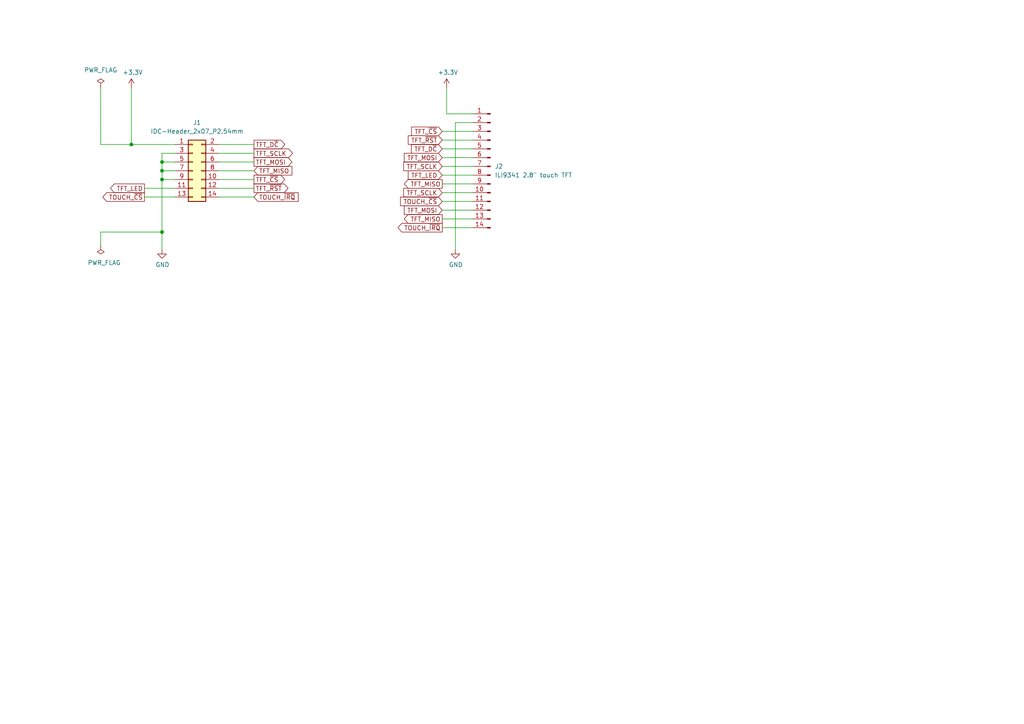
<source format=kicad_sch>
(kicad_sch (version 20230121) (generator eeschema)

  (uuid 01f3f033-6524-45e9-9523-0bbd8061db54)

  (paper "A4")

  (title_block
    (title "IoT12 Display Adapter")
    (date "2022-12-20")
    (rev "V1.0")
    (company "https://github.com/atoomnetmarc/IoT12")
  )

  (lib_symbols
    (symbol "Connector:Conn_01x14_Pin" (pin_names (offset 1.016) hide) (in_bom yes) (on_board yes)
      (property "Reference" "J" (at 0 17.78 0)
        (effects (font (size 1.27 1.27)))
      )
      (property "Value" "Conn_01x14_Pin" (at 0 -20.32 0)
        (effects (font (size 1.27 1.27)))
      )
      (property "Footprint" "" (at 0 0 0)
        (effects (font (size 1.27 1.27)) hide)
      )
      (property "Datasheet" "~" (at 0 0 0)
        (effects (font (size 1.27 1.27)) hide)
      )
      (property "ki_locked" "" (at 0 0 0)
        (effects (font (size 1.27 1.27)))
      )
      (property "ki_keywords" "connector" (at 0 0 0)
        (effects (font (size 1.27 1.27)) hide)
      )
      (property "ki_description" "Generic connector, single row, 01x14, script generated" (at 0 0 0)
        (effects (font (size 1.27 1.27)) hide)
      )
      (property "ki_fp_filters" "Connector*:*_1x??_*" (at 0 0 0)
        (effects (font (size 1.27 1.27)) hide)
      )
      (symbol "Conn_01x14_Pin_1_1"
        (polyline
          (pts
            (xy 1.27 -17.78)
            (xy 0.8636 -17.78)
          )
          (stroke (width 0.1524) (type default))
          (fill (type none))
        )
        (polyline
          (pts
            (xy 1.27 -15.24)
            (xy 0.8636 -15.24)
          )
          (stroke (width 0.1524) (type default))
          (fill (type none))
        )
        (polyline
          (pts
            (xy 1.27 -12.7)
            (xy 0.8636 -12.7)
          )
          (stroke (width 0.1524) (type default))
          (fill (type none))
        )
        (polyline
          (pts
            (xy 1.27 -10.16)
            (xy 0.8636 -10.16)
          )
          (stroke (width 0.1524) (type default))
          (fill (type none))
        )
        (polyline
          (pts
            (xy 1.27 -7.62)
            (xy 0.8636 -7.62)
          )
          (stroke (width 0.1524) (type default))
          (fill (type none))
        )
        (polyline
          (pts
            (xy 1.27 -5.08)
            (xy 0.8636 -5.08)
          )
          (stroke (width 0.1524) (type default))
          (fill (type none))
        )
        (polyline
          (pts
            (xy 1.27 -2.54)
            (xy 0.8636 -2.54)
          )
          (stroke (width 0.1524) (type default))
          (fill (type none))
        )
        (polyline
          (pts
            (xy 1.27 0)
            (xy 0.8636 0)
          )
          (stroke (width 0.1524) (type default))
          (fill (type none))
        )
        (polyline
          (pts
            (xy 1.27 2.54)
            (xy 0.8636 2.54)
          )
          (stroke (width 0.1524) (type default))
          (fill (type none))
        )
        (polyline
          (pts
            (xy 1.27 5.08)
            (xy 0.8636 5.08)
          )
          (stroke (width 0.1524) (type default))
          (fill (type none))
        )
        (polyline
          (pts
            (xy 1.27 7.62)
            (xy 0.8636 7.62)
          )
          (stroke (width 0.1524) (type default))
          (fill (type none))
        )
        (polyline
          (pts
            (xy 1.27 10.16)
            (xy 0.8636 10.16)
          )
          (stroke (width 0.1524) (type default))
          (fill (type none))
        )
        (polyline
          (pts
            (xy 1.27 12.7)
            (xy 0.8636 12.7)
          )
          (stroke (width 0.1524) (type default))
          (fill (type none))
        )
        (polyline
          (pts
            (xy 1.27 15.24)
            (xy 0.8636 15.24)
          )
          (stroke (width 0.1524) (type default))
          (fill (type none))
        )
        (rectangle (start 0.8636 -17.653) (end 0 -17.907)
          (stroke (width 0.1524) (type default))
          (fill (type outline))
        )
        (rectangle (start 0.8636 -15.113) (end 0 -15.367)
          (stroke (width 0.1524) (type default))
          (fill (type outline))
        )
        (rectangle (start 0.8636 -12.573) (end 0 -12.827)
          (stroke (width 0.1524) (type default))
          (fill (type outline))
        )
        (rectangle (start 0.8636 -10.033) (end 0 -10.287)
          (stroke (width 0.1524) (type default))
          (fill (type outline))
        )
        (rectangle (start 0.8636 -7.493) (end 0 -7.747)
          (stroke (width 0.1524) (type default))
          (fill (type outline))
        )
        (rectangle (start 0.8636 -4.953) (end 0 -5.207)
          (stroke (width 0.1524) (type default))
          (fill (type outline))
        )
        (rectangle (start 0.8636 -2.413) (end 0 -2.667)
          (stroke (width 0.1524) (type default))
          (fill (type outline))
        )
        (rectangle (start 0.8636 0.127) (end 0 -0.127)
          (stroke (width 0.1524) (type default))
          (fill (type outline))
        )
        (rectangle (start 0.8636 2.667) (end 0 2.413)
          (stroke (width 0.1524) (type default))
          (fill (type outline))
        )
        (rectangle (start 0.8636 5.207) (end 0 4.953)
          (stroke (width 0.1524) (type default))
          (fill (type outline))
        )
        (rectangle (start 0.8636 7.747) (end 0 7.493)
          (stroke (width 0.1524) (type default))
          (fill (type outline))
        )
        (rectangle (start 0.8636 10.287) (end 0 10.033)
          (stroke (width 0.1524) (type default))
          (fill (type outline))
        )
        (rectangle (start 0.8636 12.827) (end 0 12.573)
          (stroke (width 0.1524) (type default))
          (fill (type outline))
        )
        (rectangle (start 0.8636 15.367) (end 0 15.113)
          (stroke (width 0.1524) (type default))
          (fill (type outline))
        )
        (pin passive line (at 5.08 15.24 180) (length 3.81)
          (name "Pin_1" (effects (font (size 1.27 1.27))))
          (number "1" (effects (font (size 1.27 1.27))))
        )
        (pin passive line (at 5.08 -7.62 180) (length 3.81)
          (name "Pin_10" (effects (font (size 1.27 1.27))))
          (number "10" (effects (font (size 1.27 1.27))))
        )
        (pin passive line (at 5.08 -10.16 180) (length 3.81)
          (name "Pin_11" (effects (font (size 1.27 1.27))))
          (number "11" (effects (font (size 1.27 1.27))))
        )
        (pin passive line (at 5.08 -12.7 180) (length 3.81)
          (name "Pin_12" (effects (font (size 1.27 1.27))))
          (number "12" (effects (font (size 1.27 1.27))))
        )
        (pin passive line (at 5.08 -15.24 180) (length 3.81)
          (name "Pin_13" (effects (font (size 1.27 1.27))))
          (number "13" (effects (font (size 1.27 1.27))))
        )
        (pin passive line (at 5.08 -17.78 180) (length 3.81)
          (name "Pin_14" (effects (font (size 1.27 1.27))))
          (number "14" (effects (font (size 1.27 1.27))))
        )
        (pin passive line (at 5.08 12.7 180) (length 3.81)
          (name "Pin_2" (effects (font (size 1.27 1.27))))
          (number "2" (effects (font (size 1.27 1.27))))
        )
        (pin passive line (at 5.08 10.16 180) (length 3.81)
          (name "Pin_3" (effects (font (size 1.27 1.27))))
          (number "3" (effects (font (size 1.27 1.27))))
        )
        (pin passive line (at 5.08 7.62 180) (length 3.81)
          (name "Pin_4" (effects (font (size 1.27 1.27))))
          (number "4" (effects (font (size 1.27 1.27))))
        )
        (pin passive line (at 5.08 5.08 180) (length 3.81)
          (name "Pin_5" (effects (font (size 1.27 1.27))))
          (number "5" (effects (font (size 1.27 1.27))))
        )
        (pin passive line (at 5.08 2.54 180) (length 3.81)
          (name "Pin_6" (effects (font (size 1.27 1.27))))
          (number "6" (effects (font (size 1.27 1.27))))
        )
        (pin passive line (at 5.08 0 180) (length 3.81)
          (name "Pin_7" (effects (font (size 1.27 1.27))))
          (number "7" (effects (font (size 1.27 1.27))))
        )
        (pin passive line (at 5.08 -2.54 180) (length 3.81)
          (name "Pin_8" (effects (font (size 1.27 1.27))))
          (number "8" (effects (font (size 1.27 1.27))))
        )
        (pin passive line (at 5.08 -5.08 180) (length 3.81)
          (name "Pin_9" (effects (font (size 1.27 1.27))))
          (number "9" (effects (font (size 1.27 1.27))))
        )
      )
    )
    (symbol "Connector_Generic:Conn_02x07_Odd_Even" (pin_names (offset 1.016) hide) (in_bom yes) (on_board yes)
      (property "Reference" "J" (at 1.27 10.16 0)
        (effects (font (size 1.27 1.27)))
      )
      (property "Value" "Conn_02x07_Odd_Even" (at 1.27 -10.16 0)
        (effects (font (size 1.27 1.27)))
      )
      (property "Footprint" "" (at 0 0 0)
        (effects (font (size 1.27 1.27)) hide)
      )
      (property "Datasheet" "~" (at 0 0 0)
        (effects (font (size 1.27 1.27)) hide)
      )
      (property "ki_keywords" "connector" (at 0 0 0)
        (effects (font (size 1.27 1.27)) hide)
      )
      (property "ki_description" "Generic connector, double row, 02x07, odd/even pin numbering scheme (row 1 odd numbers, row 2 even numbers), script generated (kicad-library-utils/schlib/autogen/connector/)" (at 0 0 0)
        (effects (font (size 1.27 1.27)) hide)
      )
      (property "ki_fp_filters" "Connector*:*_2x??_*" (at 0 0 0)
        (effects (font (size 1.27 1.27)) hide)
      )
      (symbol "Conn_02x07_Odd_Even_1_1"
        (rectangle (start -1.27 -7.493) (end 0 -7.747)
          (stroke (width 0.1524) (type default))
          (fill (type none))
        )
        (rectangle (start -1.27 -4.953) (end 0 -5.207)
          (stroke (width 0.1524) (type default))
          (fill (type none))
        )
        (rectangle (start -1.27 -2.413) (end 0 -2.667)
          (stroke (width 0.1524) (type default))
          (fill (type none))
        )
        (rectangle (start -1.27 0.127) (end 0 -0.127)
          (stroke (width 0.1524) (type default))
          (fill (type none))
        )
        (rectangle (start -1.27 2.667) (end 0 2.413)
          (stroke (width 0.1524) (type default))
          (fill (type none))
        )
        (rectangle (start -1.27 5.207) (end 0 4.953)
          (stroke (width 0.1524) (type default))
          (fill (type none))
        )
        (rectangle (start -1.27 7.747) (end 0 7.493)
          (stroke (width 0.1524) (type default))
          (fill (type none))
        )
        (rectangle (start -1.27 8.89) (end 3.81 -8.89)
          (stroke (width 0.254) (type default))
          (fill (type background))
        )
        (rectangle (start 3.81 -7.493) (end 2.54 -7.747)
          (stroke (width 0.1524) (type default))
          (fill (type none))
        )
        (rectangle (start 3.81 -4.953) (end 2.54 -5.207)
          (stroke (width 0.1524) (type default))
          (fill (type none))
        )
        (rectangle (start 3.81 -2.413) (end 2.54 -2.667)
          (stroke (width 0.1524) (type default))
          (fill (type none))
        )
        (rectangle (start 3.81 0.127) (end 2.54 -0.127)
          (stroke (width 0.1524) (type default))
          (fill (type none))
        )
        (rectangle (start 3.81 2.667) (end 2.54 2.413)
          (stroke (width 0.1524) (type default))
          (fill (type none))
        )
        (rectangle (start 3.81 5.207) (end 2.54 4.953)
          (stroke (width 0.1524) (type default))
          (fill (type none))
        )
        (rectangle (start 3.81 7.747) (end 2.54 7.493)
          (stroke (width 0.1524) (type default))
          (fill (type none))
        )
        (pin passive line (at -5.08 7.62 0) (length 3.81)
          (name "Pin_1" (effects (font (size 1.27 1.27))))
          (number "1" (effects (font (size 1.27 1.27))))
        )
        (pin passive line (at 7.62 -2.54 180) (length 3.81)
          (name "Pin_10" (effects (font (size 1.27 1.27))))
          (number "10" (effects (font (size 1.27 1.27))))
        )
        (pin passive line (at -5.08 -5.08 0) (length 3.81)
          (name "Pin_11" (effects (font (size 1.27 1.27))))
          (number "11" (effects (font (size 1.27 1.27))))
        )
        (pin passive line (at 7.62 -5.08 180) (length 3.81)
          (name "Pin_12" (effects (font (size 1.27 1.27))))
          (number "12" (effects (font (size 1.27 1.27))))
        )
        (pin passive line (at -5.08 -7.62 0) (length 3.81)
          (name "Pin_13" (effects (font (size 1.27 1.27))))
          (number "13" (effects (font (size 1.27 1.27))))
        )
        (pin passive line (at 7.62 -7.62 180) (length 3.81)
          (name "Pin_14" (effects (font (size 1.27 1.27))))
          (number "14" (effects (font (size 1.27 1.27))))
        )
        (pin passive line (at 7.62 7.62 180) (length 3.81)
          (name "Pin_2" (effects (font (size 1.27 1.27))))
          (number "2" (effects (font (size 1.27 1.27))))
        )
        (pin passive line (at -5.08 5.08 0) (length 3.81)
          (name "Pin_3" (effects (font (size 1.27 1.27))))
          (number "3" (effects (font (size 1.27 1.27))))
        )
        (pin passive line (at 7.62 5.08 180) (length 3.81)
          (name "Pin_4" (effects (font (size 1.27 1.27))))
          (number "4" (effects (font (size 1.27 1.27))))
        )
        (pin passive line (at -5.08 2.54 0) (length 3.81)
          (name "Pin_5" (effects (font (size 1.27 1.27))))
          (number "5" (effects (font (size 1.27 1.27))))
        )
        (pin passive line (at 7.62 2.54 180) (length 3.81)
          (name "Pin_6" (effects (font (size 1.27 1.27))))
          (number "6" (effects (font (size 1.27 1.27))))
        )
        (pin passive line (at -5.08 0 0) (length 3.81)
          (name "Pin_7" (effects (font (size 1.27 1.27))))
          (number "7" (effects (font (size 1.27 1.27))))
        )
        (pin passive line (at 7.62 0 180) (length 3.81)
          (name "Pin_8" (effects (font (size 1.27 1.27))))
          (number "8" (effects (font (size 1.27 1.27))))
        )
        (pin passive line (at -5.08 -2.54 0) (length 3.81)
          (name "Pin_9" (effects (font (size 1.27 1.27))))
          (number "9" (effects (font (size 1.27 1.27))))
        )
      )
    )
    (symbol "power:+3.3V" (power) (pin_names (offset 0)) (in_bom yes) (on_board yes)
      (property "Reference" "#PWR" (at 0 -3.81 0)
        (effects (font (size 1.27 1.27)) hide)
      )
      (property "Value" "+3.3V" (at 0 3.556 0)
        (effects (font (size 1.27 1.27)))
      )
      (property "Footprint" "" (at 0 0 0)
        (effects (font (size 1.27 1.27)) hide)
      )
      (property "Datasheet" "" (at 0 0 0)
        (effects (font (size 1.27 1.27)) hide)
      )
      (property "ki_keywords" "global power" (at 0 0 0)
        (effects (font (size 1.27 1.27)) hide)
      )
      (property "ki_description" "Power symbol creates a global label with name \"+3.3V\"" (at 0 0 0)
        (effects (font (size 1.27 1.27)) hide)
      )
      (symbol "+3.3V_0_1"
        (polyline
          (pts
            (xy -0.762 1.27)
            (xy 0 2.54)
          )
          (stroke (width 0) (type default))
          (fill (type none))
        )
        (polyline
          (pts
            (xy 0 0)
            (xy 0 2.54)
          )
          (stroke (width 0) (type default))
          (fill (type none))
        )
        (polyline
          (pts
            (xy 0 2.54)
            (xy 0.762 1.27)
          )
          (stroke (width 0) (type default))
          (fill (type none))
        )
      )
      (symbol "+3.3V_1_1"
        (pin power_in line (at 0 0 90) (length 0) hide
          (name "+3.3V" (effects (font (size 1.27 1.27))))
          (number "1" (effects (font (size 1.27 1.27))))
        )
      )
    )
    (symbol "power:GND" (power) (pin_names (offset 0)) (in_bom yes) (on_board yes)
      (property "Reference" "#PWR" (at 0 -6.35 0)
        (effects (font (size 1.27 1.27)) hide)
      )
      (property "Value" "GND" (at 0 -3.81 0)
        (effects (font (size 1.27 1.27)))
      )
      (property "Footprint" "" (at 0 0 0)
        (effects (font (size 1.27 1.27)) hide)
      )
      (property "Datasheet" "" (at 0 0 0)
        (effects (font (size 1.27 1.27)) hide)
      )
      (property "ki_keywords" "global power" (at 0 0 0)
        (effects (font (size 1.27 1.27)) hide)
      )
      (property "ki_description" "Power symbol creates a global label with name \"GND\" , ground" (at 0 0 0)
        (effects (font (size 1.27 1.27)) hide)
      )
      (symbol "GND_0_1"
        (polyline
          (pts
            (xy 0 0)
            (xy 0 -1.27)
            (xy 1.27 -1.27)
            (xy 0 -2.54)
            (xy -1.27 -1.27)
            (xy 0 -1.27)
          )
          (stroke (width 0) (type default))
          (fill (type none))
        )
      )
      (symbol "GND_1_1"
        (pin power_in line (at 0 0 270) (length 0) hide
          (name "GND" (effects (font (size 1.27 1.27))))
          (number "1" (effects (font (size 1.27 1.27))))
        )
      )
    )
    (symbol "power:PWR_FLAG" (power) (pin_numbers hide) (pin_names (offset 0) hide) (in_bom yes) (on_board yes)
      (property "Reference" "#FLG" (at 0 1.905 0)
        (effects (font (size 1.27 1.27)) hide)
      )
      (property "Value" "PWR_FLAG" (at 0 3.81 0)
        (effects (font (size 1.27 1.27)))
      )
      (property "Footprint" "" (at 0 0 0)
        (effects (font (size 1.27 1.27)) hide)
      )
      (property "Datasheet" "~" (at 0 0 0)
        (effects (font (size 1.27 1.27)) hide)
      )
      (property "ki_keywords" "flag power" (at 0 0 0)
        (effects (font (size 1.27 1.27)) hide)
      )
      (property "ki_description" "Special symbol for telling ERC where power comes from" (at 0 0 0)
        (effects (font (size 1.27 1.27)) hide)
      )
      (symbol "PWR_FLAG_0_0"
        (pin power_out line (at 0 0 90) (length 0)
          (name "pwr" (effects (font (size 1.27 1.27))))
          (number "1" (effects (font (size 1.27 1.27))))
        )
      )
      (symbol "PWR_FLAG_0_1"
        (polyline
          (pts
            (xy 0 0)
            (xy 0 1.27)
            (xy -1.016 1.905)
            (xy 0 2.54)
            (xy 1.016 1.905)
            (xy 0 1.27)
          )
          (stroke (width 0) (type default))
          (fill (type none))
        )
      )
    )
  )

  (junction (at 46.99 46.99) (diameter 0) (color 0 0 0 0)
    (uuid 2db54775-7b6a-4f60-9c86-393a8ef811dd)
  )
  (junction (at 38.1 41.91) (diameter 0) (color 0 0 0 0)
    (uuid 43987fef-ae7e-40e6-847a-e6895bf5b825)
  )
  (junction (at 46.99 52.07) (diameter 0) (color 0 0 0 0)
    (uuid 987cd009-4838-4513-922f-0d6af5dc2701)
  )
  (junction (at 46.99 49.53) (diameter 0) (color 0 0 0 0)
    (uuid be0bbd7d-fe45-445a-b90e-7600ace79c6d)
  )
  (junction (at 46.99 67.31) (diameter 0) (color 0 0 0 0)
    (uuid e1aa9571-7ce1-4fc4-8b2b-36104707e8c2)
  )

  (wire (pts (xy 29.21 67.31) (xy 46.99 67.31))
    (stroke (width 0) (type default))
    (uuid 05cebd52-7009-4de0-aa0a-7a4c8140e240)
  )
  (wire (pts (xy 46.99 49.53) (xy 46.99 52.07))
    (stroke (width 0) (type default))
    (uuid 065b35ac-cf55-4cd9-b164-fa237fe82b9a)
  )
  (wire (pts (xy 63.5 41.91) (xy 73.66 41.91))
    (stroke (width 0) (type default))
    (uuid 07c1043f-5c63-470b-a274-8fc044502c2d)
  )
  (wire (pts (xy 29.21 25.4) (xy 29.21 41.91))
    (stroke (width 0) (type default))
    (uuid 110c3ed4-6259-4496-a706-5354b2c45e1f)
  )
  (wire (pts (xy 128.27 58.42) (xy 137.16 58.42))
    (stroke (width 0) (type default))
    (uuid 1376f629-1fda-4bc0-a365-857fa2082ea2)
  )
  (wire (pts (xy 46.99 67.31) (xy 46.99 72.39))
    (stroke (width 0) (type default))
    (uuid 13fec92a-ae27-43b3-9fe2-77f9b481e438)
  )
  (wire (pts (xy 38.1 25.4) (xy 38.1 41.91))
    (stroke (width 0) (type default))
    (uuid 1dfbf955-f6ec-4fa4-b071-ede5e67ac23a)
  )
  (wire (pts (xy 63.5 57.15) (xy 73.66 57.15))
    (stroke (width 0) (type default))
    (uuid 31ea2064-65c3-4390-afc5-6b9024532e55)
  )
  (wire (pts (xy 41.91 57.15) (xy 50.8 57.15))
    (stroke (width 0) (type default))
    (uuid 3639851a-b692-4bde-9a51-78a390307e2a)
  )
  (wire (pts (xy 41.91 54.61) (xy 50.8 54.61))
    (stroke (width 0) (type default))
    (uuid 3769d9df-2bf6-43ab-b94b-5dfc691e25ab)
  )
  (wire (pts (xy 46.99 49.53) (xy 50.8 49.53))
    (stroke (width 0) (type default))
    (uuid 421322cc-8cca-4ed8-8a0a-7fa9097060b4)
  )
  (wire (pts (xy 129.54 33.02) (xy 137.16 33.02))
    (stroke (width 0) (type default))
    (uuid 498e2503-e5c2-4eca-abef-8584a78ce706)
  )
  (wire (pts (xy 46.99 44.45) (xy 46.99 46.99))
    (stroke (width 0) (type default))
    (uuid 4bbc3c3a-fad6-47ba-a2f5-592d6c4e0110)
  )
  (wire (pts (xy 128.27 38.1) (xy 137.16 38.1))
    (stroke (width 0) (type default))
    (uuid 4ecba52f-06b8-49c5-b093-16a6206fe5de)
  )
  (wire (pts (xy 63.5 52.07) (xy 73.66 52.07))
    (stroke (width 0) (type default))
    (uuid 5124ec24-35da-4f75-bbbd-039fcf114efd)
  )
  (wire (pts (xy 128.27 50.8) (xy 137.16 50.8))
    (stroke (width 0) (type default))
    (uuid 5a499af2-a89c-40c3-9b31-2230b2cc758b)
  )
  (wire (pts (xy 63.5 49.53) (xy 73.66 49.53))
    (stroke (width 0) (type default))
    (uuid 6dfde5c2-ba2e-40a0-a35c-52863cb85087)
  )
  (wire (pts (xy 46.99 46.99) (xy 50.8 46.99))
    (stroke (width 0) (type default))
    (uuid 6e853257-4845-48f8-8888-39205a039557)
  )
  (wire (pts (xy 128.27 63.5) (xy 137.16 63.5))
    (stroke (width 0) (type default))
    (uuid 740226b8-2e45-416e-a9fc-9a8f58753a47)
  )
  (wire (pts (xy 128.27 40.64) (xy 137.16 40.64))
    (stroke (width 0) (type default))
    (uuid 7d1d9a39-2325-4d2a-b913-c4cc0d4aba71)
  )
  (wire (pts (xy 128.27 43.18) (xy 137.16 43.18))
    (stroke (width 0) (type default))
    (uuid 8507be95-9dc5-49de-a54b-7265987eda47)
  )
  (wire (pts (xy 128.27 60.96) (xy 137.16 60.96))
    (stroke (width 0) (type default))
    (uuid 8a3f3869-8ff2-4c54-8372-8db211c53042)
  )
  (wire (pts (xy 128.27 55.88) (xy 137.16 55.88))
    (stroke (width 0) (type default))
    (uuid 92a1c061-1afa-442c-959b-617ff811c899)
  )
  (wire (pts (xy 46.99 52.07) (xy 46.99 67.31))
    (stroke (width 0) (type default))
    (uuid 944ebe6c-dd6c-4fb1-8414-8889c3a00779)
  )
  (wire (pts (xy 137.16 35.56) (xy 132.08 35.56))
    (stroke (width 0) (type default))
    (uuid 998e9275-06e6-45b6-8562-ae2499e954f1)
  )
  (wire (pts (xy 29.21 41.91) (xy 38.1 41.91))
    (stroke (width 0) (type default))
    (uuid 9d460c68-1a25-46d7-bdf2-927d7cb7627b)
  )
  (wire (pts (xy 128.27 66.04) (xy 137.16 66.04))
    (stroke (width 0) (type default))
    (uuid ad487b15-d73c-4531-83db-541ac386b284)
  )
  (wire (pts (xy 128.27 48.26) (xy 137.16 48.26))
    (stroke (width 0) (type default))
    (uuid af3e0de5-946d-4144-8a2e-a62b53229756)
  )
  (wire (pts (xy 63.5 46.99) (xy 73.66 46.99))
    (stroke (width 0) (type default))
    (uuid b55213de-decc-412f-9152-ce3cf97e6f71)
  )
  (wire (pts (xy 46.99 52.07) (xy 50.8 52.07))
    (stroke (width 0) (type default))
    (uuid bcf2fc41-561e-42d1-97ac-7cdf6d934259)
  )
  (wire (pts (xy 63.5 54.61) (xy 73.66 54.61))
    (stroke (width 0) (type default))
    (uuid c38774b0-a7be-453f-b152-44653ab4ec80)
  )
  (wire (pts (xy 129.54 25.4) (xy 129.54 33.02))
    (stroke (width 0) (type default))
    (uuid ca2ca35f-7c8f-455a-ab93-af4410f71e4a)
  )
  (wire (pts (xy 29.21 71.12) (xy 29.21 67.31))
    (stroke (width 0) (type default))
    (uuid ca8d5523-a511-4638-aa7d-1cab6ebab04c)
  )
  (wire (pts (xy 128.27 53.34) (xy 137.16 53.34))
    (stroke (width 0) (type default))
    (uuid ce5d4f0c-0c04-4400-a439-c300f84dd8cb)
  )
  (wire (pts (xy 128.27 45.72) (xy 137.16 45.72))
    (stroke (width 0) (type default))
    (uuid cf5ab3ba-4462-4916-9f55-20c159d6ddc8)
  )
  (wire (pts (xy 46.99 44.45) (xy 50.8 44.45))
    (stroke (width 0) (type default))
    (uuid e717924f-833a-4ca0-835e-11cd6b936733)
  )
  (wire (pts (xy 46.99 46.99) (xy 46.99 49.53))
    (stroke (width 0) (type default))
    (uuid eade6b86-be95-47c8-9194-98fa983cce9b)
  )
  (wire (pts (xy 50.8 41.91) (xy 38.1 41.91))
    (stroke (width 0) (type default))
    (uuid f07c268d-b327-44f8-98a1-4b1fa20bd587)
  )
  (wire (pts (xy 132.08 35.56) (xy 132.08 72.39))
    (stroke (width 0) (type default))
    (uuid f3b92864-b157-4061-a1d1-c0d3369900ae)
  )
  (wire (pts (xy 63.5 44.45) (xy 73.66 44.45))
    (stroke (width 0) (type default))
    (uuid fccf514f-bdbd-4f55-9003-48ef5109c3ef)
  )

  (global_label "TFT_~{RST}" (shape output) (at 73.66 54.61 0) (fields_autoplaced)
    (effects (font (size 1.27 1.27)) (justify left))
    (uuid 15bf5177-e6f6-426a-9a96-ba706a55c7d4)
    (property "Intersheetrefs" "${INTERSHEET_REFS}" (at 83.5117 54.5306 0)
      (effects (font (size 1.27 1.27)) (justify left) hide)
    )
  )
  (global_label "TFT_MOSI" (shape input) (at 128.27 60.96 180) (fields_autoplaced)
    (effects (font (size 1.27 1.27)) (justify right))
    (uuid 1aeed1a8-1825-4772-b426-25adacb25b10)
    (property "Intersheetrefs" "${INTERSHEET_REFS}" (at -44.45 20.32 0)
      (effects (font (size 1.27 1.27)) hide)
    )
  )
  (global_label "TFT_MISO" (shape output) (at 128.27 63.5 180) (fields_autoplaced)
    (effects (font (size 1.27 1.27)) (justify right))
    (uuid 2b1c055b-f22d-4ecf-8d53-234e3e82545f)
    (property "Intersheetrefs" "${INTERSHEET_REFS}" (at 118.1444 63.5794 0)
      (effects (font (size 1.27 1.27)) (justify right) hide)
    )
  )
  (global_label "TFT_~{RST}" (shape input) (at 128.27 40.64 180) (fields_autoplaced)
    (effects (font (size 1.27 1.27)) (justify right))
    (uuid 2f426779-b55a-486c-a286-489b5b83c9c6)
    (property "Intersheetrefs" "${INTERSHEET_REFS}" (at -44.45 7.62 0)
      (effects (font (size 1.27 1.27)) hide)
    )
  )
  (global_label "TFT_MISO" (shape output) (at 128.27 53.34 180) (fields_autoplaced)
    (effects (font (size 1.27 1.27)) (justify right))
    (uuid 3aab859a-7db4-4449-8fa0-e81d2633b76c)
    (property "Intersheetrefs" "${INTERSHEET_REFS}" (at 118.1444 53.4194 0)
      (effects (font (size 1.27 1.27)) (justify right) hide)
    )
  )
  (global_label "TFT_~{CS}" (shape output) (at 73.66 52.07 0) (fields_autoplaced)
    (effects (font (size 1.27 1.27)) (justify left))
    (uuid 41f60a86-b8e0-495d-8318-ec1a650acde2)
    (property "Intersheetrefs" "${INTERSHEET_REFS}" (at 82.5441 52.1494 0)
      (effects (font (size 1.27 1.27)) (justify left) hide)
    )
  )
  (global_label "TOUCH_~{IRQ}" (shape output) (at 128.27 66.04 180) (fields_autoplaced)
    (effects (font (size 1.27 1.27)) (justify right))
    (uuid 55ac2ccc-b21f-4f0e-bac8-f756f22316b9)
    (property "Intersheetrefs" "${INTERSHEET_REFS}" (at 115.5439 66.1194 0)
      (effects (font (size 1.27 1.27)) (justify right) hide)
    )
  )
  (global_label "TOUCH_~{CS}" (shape output) (at 41.91 57.15 180) (fields_autoplaced)
    (effects (font (size 1.27 1.27)) (justify right))
    (uuid 5c8dd99a-1a38-4e54-a578-bb31ace9d6cb)
    (property "Intersheetrefs" "${INTERSHEET_REFS}" (at 29.8207 57.0706 0)
      (effects (font (size 1.27 1.27)) (justify right) hide)
    )
  )
  (global_label "TFT_D~{C}" (shape output) (at 73.66 41.91 0) (fields_autoplaced)
    (effects (font (size 1.27 1.27)) (justify left))
    (uuid 62fc7560-29e0-4fe3-9e6d-652971bcafee)
    (property "Intersheetrefs" "${INTERSHEET_REFS}" (at 82.6045 41.9894 0)
      (effects (font (size 1.27 1.27)) (justify left) hide)
    )
  )
  (global_label "TFT_MOSI" (shape output) (at 73.66 46.99 0) (fields_autoplaced)
    (effects (font (size 1.27 1.27)) (justify left))
    (uuid 6b55ad55-1b42-46eb-9b48-223662bdd603)
    (property "Intersheetrefs" "${INTERSHEET_REFS}" (at 84.6607 46.9106 0)
      (effects (font (size 1.27 1.27)) (justify left) hide)
    )
  )
  (global_label "TFT_LED" (shape input) (at 128.27 50.8 180) (fields_autoplaced)
    (effects (font (size 1.27 1.27)) (justify right))
    (uuid 7d644422-fce2-470c-b924-4f01c897571d)
    (property "Intersheetrefs" "${INTERSHEET_REFS}" (at -44.45 -3.81 0)
      (effects (font (size 1.27 1.27)) hide)
    )
  )
  (global_label "TFT_MOSI" (shape input) (at 128.27 45.72 180) (fields_autoplaced)
    (effects (font (size 1.27 1.27)) (justify right))
    (uuid 8161cba3-7455-4779-bf76-b9ef2691d42f)
    (property "Intersheetrefs" "${INTERSHEET_REFS}" (at -44.45 5.08 0)
      (effects (font (size 1.27 1.27)) hide)
    )
  )
  (global_label "TFT_SCLK" (shape input) (at 128.27 48.26 180) (fields_autoplaced)
    (effects (font (size 1.27 1.27)) (justify right))
    (uuid 918d97f1-84c8-4e7e-8492-94f8e4e4bf6d)
    (property "Intersheetrefs" "${INTERSHEET_REFS}" (at -44.45 5.08 0)
      (effects (font (size 1.27 1.27)) hide)
    )
  )
  (global_label "TFT_MISO" (shape input) (at 73.66 49.53 0) (fields_autoplaced)
    (effects (font (size 1.27 1.27)) (justify left))
    (uuid 95d6eede-f291-4f6d-bfca-8e88996d2aaa)
    (property "Intersheetrefs" "${INTERSHEET_REFS}" (at 84.6607 49.6094 0)
      (effects (font (size 1.27 1.27)) (justify left) hide)
    )
  )
  (global_label "TOUCH_~{CS}" (shape input) (at 128.27 58.42 180) (fields_autoplaced)
    (effects (font (size 1.27 1.27)) (justify right))
    (uuid b924be20-1c23-466a-a49a-e0379ff4e6cd)
    (property "Intersheetrefs" "${INTERSHEET_REFS}" (at 116.2696 58.4994 0)
      (effects (font (size 1.27 1.27)) (justify right) hide)
    )
  )
  (global_label "TOUCH_~{IRQ}" (shape input) (at 73.66 57.15 0) (fields_autoplaced)
    (effects (font (size 1.27 1.27)) (justify left))
    (uuid daedda8f-6933-422d-a8b6-b27e997698b8)
    (property "Intersheetrefs" "${INTERSHEET_REFS}" (at 86.475 57.0706 0)
      (effects (font (size 1.27 1.27)) (justify left) hide)
    )
  )
  (global_label "TFT_~{CS}" (shape input) (at 128.27 38.1 180) (fields_autoplaced)
    (effects (font (size 1.27 1.27)) (justify right))
    (uuid e7c6cda1-b67c-4939-94d0-d09f23df964c)
    (property "Intersheetrefs" "${INTERSHEET_REFS}" (at -44.45 8.89 0)
      (effects (font (size 1.27 1.27)) hide)
    )
  )
  (global_label "TFT_SCLK" (shape input) (at 128.27 55.88 180) (fields_autoplaced)
    (effects (font (size 1.27 1.27)) (justify right))
    (uuid e8116212-872a-4a00-98eb-212938325884)
    (property "Intersheetrefs" "${INTERSHEET_REFS}" (at -44.45 12.7 0)
      (effects (font (size 1.27 1.27)) hide)
    )
  )
  (global_label "TFT_D~{C}" (shape input) (at 128.27 43.18 180) (fields_autoplaced)
    (effects (font (size 1.27 1.27)) (justify right))
    (uuid ed2bb312-2260-460d-bde5-c44922554df3)
    (property "Intersheetrefs" "${INTERSHEET_REFS}" (at -44.45 6.35 0)
      (effects (font (size 1.27 1.27)) hide)
    )
  )
  (global_label "TFT_SCLK" (shape output) (at 73.66 44.45 0) (fields_autoplaced)
    (effects (font (size 1.27 1.27)) (justify left))
    (uuid f24dab24-bf84-4fcd-ba14-8ea9454d7796)
    (property "Intersheetrefs" "${INTERSHEET_REFS}" (at 84.8421 44.3706 0)
      (effects (font (size 1.27 1.27)) (justify left) hide)
    )
  )
  (global_label "TFT_LED" (shape output) (at 41.91 54.61 180) (fields_autoplaced)
    (effects (font (size 1.27 1.27)) (justify right))
    (uuid fd14c060-c29c-4a49-afd6-31d9eba0c59a)
    (property "Intersheetrefs" "${INTERSHEET_REFS}" (at 32.0583 54.6894 0)
      (effects (font (size 1.27 1.27)) (justify right) hide)
    )
  )

  (symbol (lib_id "Connector:Conn_01x14_Pin") (at 142.24 48.26 0) (mirror y) (unit 1)
    (in_bom yes) (on_board yes) (dnp no) (fields_autoplaced)
    (uuid 1798ada9-592d-4721-b0be-f8fc0b5f6047)
    (property "Reference" "J2" (at 143.51 48.2599 0)
      (effects (font (size 1.27 1.27)) (justify right))
    )
    (property "Value" "ILI9341 2.8\" touch TFT" (at 143.51 50.7999 0)
      (effects (font (size 1.27 1.27)) (justify right))
    )
    (property "Footprint" "Connector_PinHeader_2.54mm:PinHeader_1x14_P2.54mm_Vertical" (at 142.24 48.26 0)
      (effects (font (size 1.27 1.27)) hide)
    )
    (property "Datasheet" "~" (at 142.24 48.26 0)
      (effects (font (size 1.27 1.27)) hide)
    )
    (pin "1" (uuid 80fdd345-4916-4469-ba6d-685e24095199))
    (pin "10" (uuid 455426c3-dc00-4922-9525-075a8ed73142))
    (pin "11" (uuid 583c0072-3923-4ec3-9197-ed7dd0621b46))
    (pin "12" (uuid 533c61e5-bf96-4039-94a7-a41487f22714))
    (pin "13" (uuid 25e58948-405a-4f85-af22-5c3b26d9c476))
    (pin "14" (uuid 64e682f7-61fa-4057-b6b7-467ab8dd28d4))
    (pin "2" (uuid b332828c-6948-4550-96f7-12019d51c0aa))
    (pin "3" (uuid 336921e6-c599-40b6-b485-49688602d02c))
    (pin "4" (uuid aea8d2f6-29b2-4771-bcf0-f34d2fb90a9f))
    (pin "5" (uuid 3de1fab4-bed6-4786-a1cc-105fe20b1479))
    (pin "6" (uuid f6a9a5bc-7d6a-48cf-ad96-e32532c703b9))
    (pin "7" (uuid c357e67f-711d-4d97-b097-716be76200dc))
    (pin "8" (uuid efc5a18e-b510-46ec-870f-c81280dcfad7))
    (pin "9" (uuid 9a5d9d52-a373-4e0f-8080-d5e7f4ae1c3b))
    (instances
      (project "Display Adapter"
        (path "/01f3f033-6524-45e9-9523-0bbd8061db54"
          (reference "J2") (unit 1)
        )
      )
    )
  )

  (symbol (lib_id "Connector_Generic:Conn_02x07_Odd_Even") (at 55.88 49.53 0) (unit 1)
    (in_bom yes) (on_board yes) (dnp no) (fields_autoplaced)
    (uuid 22bb9698-5c32-499a-9183-dc14a59190a3)
    (property "Reference" "J1" (at 57.15 35.56 0)
      (effects (font (size 1.27 1.27)))
    )
    (property "Value" "IDC-Header_2x07_P2.54mm" (at 57.15 38.1 0)
      (effects (font (size 1.27 1.27)))
    )
    (property "Footprint" "Connector_IDC:IDC-Header_2x07_P2.54mm_Vertical" (at 55.88 49.53 0)
      (effects (font (size 1.27 1.27)) hide)
    )
    (property "Datasheet" "~" (at 55.88 49.53 0)
      (effects (font (size 1.27 1.27)) hide)
    )
    (pin "1" (uuid 80bf6504-256c-446c-bd7d-8b7728bdef81))
    (pin "10" (uuid b6b479d1-b318-4c02-bfa6-af0043db29f9))
    (pin "11" (uuid d37ed831-6aea-4d63-9b91-75f11c95a613))
    (pin "12" (uuid a7d1cab7-8eb1-443c-9088-a5230d35a6dc))
    (pin "13" (uuid f8cfe180-74a9-405d-a7c8-06621319e122))
    (pin "14" (uuid 19a819e5-398b-433c-9532-61a622ad697f))
    (pin "2" (uuid 4b152ffd-da69-4bcc-bfa5-b6f5f79d93be))
    (pin "3" (uuid d1486033-ea2f-4475-b88e-6b4fab4ce2d3))
    (pin "4" (uuid ce198e81-a82d-41ce-afb0-ad198ae58d58))
    (pin "5" (uuid 0ff52eb1-ffab-498a-b94b-7b86fefb5a7b))
    (pin "6" (uuid 41129203-d389-40fd-bb59-e24dae9b58c1))
    (pin "7" (uuid 80137b3e-a091-4d03-a219-5c4fcf24a5ca))
    (pin "8" (uuid 9bbe9378-9d72-4600-b36f-b3314ad7bb95))
    (pin "9" (uuid 24c3799e-3037-447a-9ab7-2047eb335926))
    (instances
      (project "Display Adapter"
        (path "/01f3f033-6524-45e9-9523-0bbd8061db54"
          (reference "J1") (unit 1)
        )
      )
    )
  )

  (symbol (lib_id "power:PWR_FLAG") (at 29.21 25.4 0) (unit 1)
    (in_bom yes) (on_board yes) (dnp no) (fields_autoplaced)
    (uuid 2a39d3a4-79b3-452c-a704-59a192e53a04)
    (property "Reference" "#FLG0102" (at 29.21 23.495 0)
      (effects (font (size 1.27 1.27)) hide)
    )
    (property "Value" "PWR_FLAG" (at 29.21 20.32 0)
      (effects (font (size 1.27 1.27)))
    )
    (property "Footprint" "" (at 29.21 25.4 0)
      (effects (font (size 1.27 1.27)) hide)
    )
    (property "Datasheet" "~" (at 29.21 25.4 0)
      (effects (font (size 1.27 1.27)) hide)
    )
    (pin "1" (uuid 94b6a962-d7ea-47a2-b9a0-90ad51303cf7))
    (instances
      (project "Display Adapter"
        (path "/01f3f033-6524-45e9-9523-0bbd8061db54"
          (reference "#FLG0102") (unit 1)
        )
      )
    )
  )

  (symbol (lib_id "power:GND") (at 46.99 72.39 0) (unit 1)
    (in_bom yes) (on_board yes) (dnp no)
    (uuid 42812ea0-0756-49f5-86f0-b97510e65521)
    (property "Reference" "#PWR02" (at 46.99 78.74 0)
      (effects (font (size 1.27 1.27)) hide)
    )
    (property "Value" "GND" (at 47.117 76.7842 0)
      (effects (font (size 1.27 1.27)))
    )
    (property "Footprint" "" (at 46.99 72.39 0)
      (effects (font (size 1.27 1.27)) hide)
    )
    (property "Datasheet" "" (at 46.99 72.39 0)
      (effects (font (size 1.27 1.27)) hide)
    )
    (pin "1" (uuid 209a491b-64fd-451f-bf94-3d42c875b7b0))
    (instances
      (project "Display Adapter"
        (path "/01f3f033-6524-45e9-9523-0bbd8061db54"
          (reference "#PWR02") (unit 1)
        )
      )
    )
  )

  (symbol (lib_id "power:+3.3V") (at 38.1 25.4 0) (unit 1)
    (in_bom yes) (on_board yes) (dnp no)
    (uuid 66426b9d-baae-4084-87c1-ea388877f57d)
    (property "Reference" "#PWR01" (at 38.1 29.21 0)
      (effects (font (size 1.27 1.27)) hide)
    )
    (property "Value" "+3.3V" (at 38.481 21.0058 0)
      (effects (font (size 1.27 1.27)))
    )
    (property "Footprint" "" (at 38.1 25.4 0)
      (effects (font (size 1.27 1.27)) hide)
    )
    (property "Datasheet" "" (at 38.1 25.4 0)
      (effects (font (size 1.27 1.27)) hide)
    )
    (pin "1" (uuid 80c2b8da-a63e-436a-bb8b-5f1b2ebf9279))
    (instances
      (project "Display Adapter"
        (path "/01f3f033-6524-45e9-9523-0bbd8061db54"
          (reference "#PWR01") (unit 1)
        )
      )
    )
  )

  (symbol (lib_id "power:+3.3V") (at 129.54 25.4 0) (unit 1)
    (in_bom yes) (on_board yes) (dnp no)
    (uuid 845e43fe-ae34-4352-ab41-b007d1d97ade)
    (property "Reference" "#PWR03" (at 129.54 29.21 0)
      (effects (font (size 1.27 1.27)) hide)
    )
    (property "Value" "+3.3V" (at 129.921 21.0058 0)
      (effects (font (size 1.27 1.27)))
    )
    (property "Footprint" "" (at 129.54 25.4 0)
      (effects (font (size 1.27 1.27)) hide)
    )
    (property "Datasheet" "" (at 129.54 25.4 0)
      (effects (font (size 1.27 1.27)) hide)
    )
    (pin "1" (uuid 5a9b428d-31e3-4027-9b68-d45b3d1f674c))
    (instances
      (project "Display Adapter"
        (path "/01f3f033-6524-45e9-9523-0bbd8061db54"
          (reference "#PWR03") (unit 1)
        )
      )
    )
  )

  (symbol (lib_id "power:GND") (at 132.08 72.39 0) (unit 1)
    (in_bom yes) (on_board yes) (dnp no)
    (uuid bd8bc067-d890-4218-b655-84c2b0645fb2)
    (property "Reference" "#PWR04" (at 132.08 78.74 0)
      (effects (font (size 1.27 1.27)) hide)
    )
    (property "Value" "GND" (at 132.207 76.7842 0)
      (effects (font (size 1.27 1.27)))
    )
    (property "Footprint" "" (at 132.08 72.39 0)
      (effects (font (size 1.27 1.27)) hide)
    )
    (property "Datasheet" "" (at 132.08 72.39 0)
      (effects (font (size 1.27 1.27)) hide)
    )
    (pin "1" (uuid 1fad5bf3-fba3-4736-8e88-f3fa0ad545b5))
    (instances
      (project "Display Adapter"
        (path "/01f3f033-6524-45e9-9523-0bbd8061db54"
          (reference "#PWR04") (unit 1)
        )
      )
    )
  )

  (symbol (lib_id "power:PWR_FLAG") (at 29.21 71.12 180) (unit 1)
    (in_bom yes) (on_board yes) (dnp no)
    (uuid eefd6118-46c4-4499-9acb-2f4f245247e5)
    (property "Reference" "#FLG0101" (at 29.21 73.025 0)
      (effects (font (size 1.27 1.27)) hide)
    )
    (property "Value" "PWR_FLAG" (at 25.4 76.2 0)
      (effects (font (size 1.27 1.27)) (justify right))
    )
    (property "Footprint" "" (at 29.21 71.12 0)
      (effects (font (size 1.27 1.27)) hide)
    )
    (property "Datasheet" "~" (at 29.21 71.12 0)
      (effects (font (size 1.27 1.27)) hide)
    )
    (pin "1" (uuid 18cfad17-3ccb-4b12-87f9-d56005239e2f))
    (instances
      (project "Display Adapter"
        (path "/01f3f033-6524-45e9-9523-0bbd8061db54"
          (reference "#FLG0101") (unit 1)
        )
      )
    )
  )

  (sheet_instances
    (path "/" (page "1"))
  )
)

</source>
